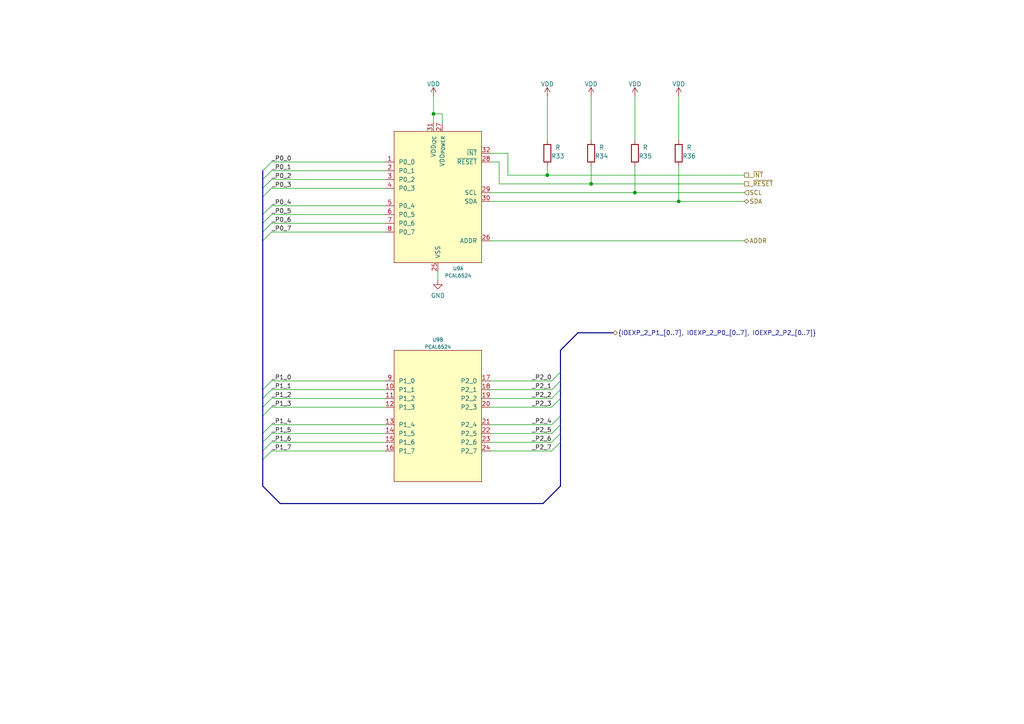
<source format=kicad_sch>
(kicad_sch (version 20230121) (generator eeschema)
  (paper "A4")
  (lib_symbols
    (symbol "0.Project:PCAL6524" (pin_names (offset 1.27))
      (property "Reference" "U" (at 0 0 0))
      (property "Value" "PCAL6524" (at 0 0 0))
      (symbol "PCAL6524_0_0"
        (pin bidirectional line (at 12.7 -40.64 90) (length 2.54) hide (name "VSS") (number "EPAD"))
      )
      (symbol "PCAL6524_0_1"
        (rectangle (start 0 0) (end 25.4 -38.1) (fill (type background)))
      )
      (symbol "PCAL6524_1_1"
        (pin bidirectional line (at -2.54 -8.89 0) (length 2.54) (name "P0_0") (number "1"))
        (pin bidirectional line (at -2.54 -11.43 0) (length 2.54) (name "P0_1") (number "2"))
        (pin power_in line (at 12.7 -40.64 90) (length 2.54) (name "VSS") (number "25"))
        (pin passive line (at 27.94 -31.75 180) (length 2.54) (name "ADDR") (number "26"))
        (pin power_in line (at 13.97 2.54 270) (length 2.54) (name "VDD_{POWER}") (number "27"))
        (pin input line (at 27.94 -8.89 180) (length 2.54) (name "~{RESET}") (number "28"))
        (pin input line (at 27.94 -17.78 180) (length 2.54) (name "SCL") (number "29"))
        (pin bidirectional line (at -2.54 -13.97 0) (length 2.54) (name "P0_2") (number "3"))
        (pin bidirectional line (at 27.94 -20.32 180) (length 2.54) (name "SDA") (number "30"))
        (pin input line (at 11.43 2.54 270) (length 2.54) (name "VDD_{I2C}") (number "31"))
        (pin output line (at 27.94 -6.35 180) (length 2.54) (name "~{INT}") (number "32"))
        (pin bidirectional line (at -2.54 -16.51 0) (length 2.54) (name "P0_3") (number "4"))
        (pin bidirectional line (at -2.54 -21.59 0) (length 2.54) (name "P0_4") (number "5"))
        (pin bidirectional line (at -2.54 -24.13 0) (length 2.54) (name "P0_5") (number "6"))
        (pin bidirectional line (at -2.54 -26.67 0) (length 2.54) (name "P0_6") (number "7"))
        (pin bidirectional line (at -2.54 -29.21 0) (length 2.54) (name "P0_7") (number "8"))
      )
      (symbol "PCAL6524_2_1"
        (pin bidirectional line (at -2.54 -11.43 0) (length 2.54) (name "P1_1") (number "10"))
        (pin bidirectional line (at -2.54 -13.97 0) (length 2.54) (name "P1_2") (number "11"))
        (pin bidirectional line (at -2.54 -16.51 0) (length 2.54) (name "P1_3") (number "12"))
        (pin bidirectional line (at -2.54 -21.59 0) (length 2.54) (name "P1_4") (number "13"))
        (pin bidirectional line (at -2.54 -24.13 0) (length 2.54) (name "P1_5") (number "14"))
        (pin bidirectional line (at -2.54 -26.67 0) (length 2.54) (name "P1_6") (number "15"))
        (pin bidirectional line (at -2.54 -29.21 0) (length 2.54) (name "P1_7") (number "16"))
        (pin bidirectional line (at 27.94 -8.89 180) (length 2.54) (name "P2_0") (number "17"))
        (pin bidirectional line (at 27.94 -11.43 180) (length 2.54) (name "P2_1") (number "18"))
        (pin bidirectional line (at 27.94 -13.97 180) (length 2.54) (name "P2_2") (number "19"))
        (pin bidirectional line (at 27.94 -16.51 180) (length 2.54) (name "P2_3") (number "20"))
        (pin bidirectional line (at 27.94 -21.59 180) (length 2.54) (name "P2_4") (number "21"))
        (pin bidirectional line (at 27.94 -24.13 180) (length 2.54) (name "P2_5") (number "22"))
        (pin bidirectional line (at 27.94 -26.67 180) (length 2.54) (name "P2_6") (number "23"))
        (pin bidirectional line (at 27.94 -29.21 180) (length 2.54) (name "P2_7") (number "24"))
        (pin bidirectional line (at -2.54 -8.89 0) (length 2.54) (name "P1_0") (number "9"))
      )
    )
    (symbol "4ms_Power-symbol:GND" (power) (pin_names (offset 0))
      (property "Value" "GND" (at 0 -3.81 0))
      (symbol "GND_0_1"
        (polyline (pts (xy 0 0) (xy 0 -1.27) (xy 1.27 -1.27) (xy 0 -2.54) (xy -1.27 -1.27) (xy 0 -1.27)))
      )
      (symbol "GND_1_1"
        (pin power_in line (at 0 0 270) (length 0) hide (name "GND") (number "1"))
      )
    )
    (symbol "Device:R" (pin_numbers hide) (pin_names (offset 0))
      (property "Reference" "R" (at 2.032 0 90))
      (property "Value" "R" (at 0 0 90))
      (symbol "R_0_1"
        (rectangle (start -1.016 -2.54) (end 1.016 2.54) (stroke (width 0.254)))
      )
      (symbol "R_1_1"
        (pin passive line (at 0 3.81 270) (length 1.27) (name "~") (number "1"))
        (pin passive line (at 0 -3.81 90) (length 1.27) (name "~") (number "2"))
      )
    )
    (symbol "PCAL6524_1" (pin_names (offset 1.27))
      (property "Reference" "U" (at 0 0 0))
      (property "Value" "PCAL6524_1" (at 0 0 0))
      (symbol "PCAL6524_1_0_0"
        (pin bidirectional line (at 12.7 -40.64 90) (length 2.54) hide (name "VSS") (number "EPAD"))
      )
      (symbol "PCAL6524_1_0_1"
        (rectangle (start 0 0) (end 25.4 -38.1) (fill (type background)))
      )
      (symbol "PCAL6524_1_1_1"
        (pin bidirectional line (at -2.54 -8.89 0) (length 2.54) (name "P0_0") (number "1"))
        (pin bidirectional line (at -2.54 -11.43 0) (length 2.54) (name "P0_1") (number "2"))
        (pin power_in line (at 12.7 -40.64 90) (length 2.54) (name "VSS") (number "25"))
        (pin passive line (at 27.94 -31.75 180) (length 2.54) (name "ADDR") (number "26"))
        (pin power_in line (at 13.97 2.54 270) (length 2.54) (name "VDD_{POWER}") (number "27"))
        (pin input line (at 27.94 -8.89 180) (length 2.54) (name "~{RESET}") (number "28"))
        (pin input line (at 27.94 -17.78 180) (length 2.54) (name "SCL") (number "29"))
        (pin bidirectional line (at -2.54 -13.97 0) (length 2.54) (name "P0_2") (number "3"))
        (pin bidirectional line (at 27.94 -20.32 180) (length 2.54) (name "SDA") (number "30"))
        (pin input line (at 11.43 2.54 270) (length 2.54) (name "VDD_{I2C}") (number "31"))
        (pin output line (at 27.94 -6.35 180) (length 2.54) (name "~{INT}") (number "32"))
        (pin bidirectional line (at -2.54 -16.51 0) (length 2.54) (name "P0_3") (number "4"))
        (pin bidirectional line (at -2.54 -21.59 0) (length 2.54) (name "P0_4") (number "5"))
        (pin bidirectional line (at -2.54 -24.13 0) (length 2.54) (name "P0_5") (number "6"))
        (pin bidirectional line (at -2.54 -26.67 0) (length 2.54) (name "P0_6") (number "7"))
        (pin bidirectional line (at -2.54 -29.21 0) (length 2.54) (name "P0_7") (number "8"))
      )
      (symbol "PCAL6524_1_2_1"
        (pin bidirectional line (at -2.54 -11.43 0) (length 2.54) (name "P1_1") (number "10"))
        (pin bidirectional line (at -2.54 -13.97 0) (length 2.54) (name "P1_2") (number "11"))
        (pin bidirectional line (at -2.54 -16.51 0) (length 2.54) (name "P1_3") (number "12"))
        (pin bidirectional line (at -2.54 -21.59 0) (length 2.54) (name "P1_4") (number "13"))
        (pin bidirectional line (at -2.54 -24.13 0) (length 2.54) (name "P1_5") (number "14"))
        (pin bidirectional line (at -2.54 -26.67 0) (length 2.54) (name "P1_6") (number "15"))
        (pin bidirectional line (at -2.54 -29.21 0) (length 2.54) (name "P1_7") (number "16"))
        (pin bidirectional line (at 27.94 -8.89 180) (length 2.54) (name "P2_0") (number "17"))
        (pin bidirectional line (at 27.94 -11.43 180) (length 2.54) (name "P2_1") (number "18"))
        (pin bidirectional line (at 27.94 -13.97 180) (length 2.54) (name "P2_2") (number "19"))
        (pin bidirectional line (at 27.94 -16.51 180) (length 2.54) (name "P2_3") (number "20"))
        (pin bidirectional line (at 27.94 -21.59 180) (length 2.54) (name "P2_4") (number "21"))
        (pin bidirectional line (at 27.94 -24.13 180) (length 2.54) (name "P2_5") (number "22"))
        (pin bidirectional line (at 27.94 -26.67 180) (length 2.54) (name "P2_6") (number "23"))
        (pin bidirectional line (at 27.94 -29.21 180) (length 2.54) (name "P2_7") (number "24"))
        (pin bidirectional line (at -2.54 -8.89 0) (length 2.54) (name "P1_0") (number "9"))
      )
    )
    (symbol "power:VDD" (power) (pin_names (offset 0))
      (property "Value" "VDD" (at 0 3.81 0))
      (symbol "VDD_0_1"
        (polyline (pts (xy -0.762 1.27) (xy 0 2.54)))
        (polyline (pts (xy 0 0) (xy 0 2.54)))
        (polyline (pts (xy 0 2.54) (xy 0.762 1.27)))
      )
      (symbol "VDD_1_1"
        (pin power_in line (at 0 0 90) (length 0) hide (name "VDD") (number "1"))
      )
    )
  )
  (junction (at 196.85 58.42))
  (junction (at 171.45 53.34))
  (junction (at 125.73 33.02))
  (junction (at 158.75 50.8))
  (junction (at 184.15 55.88))
  (bus_entry (at 160.02 110.49) (size 2.54 -2.54))
  (bus_entry (at 76.2 64.77) (size 2.54 -2.54))
  (bus_entry (at 160.02 113.03) (size 2.54 -2.54))
  (bus_entry (at 160.02 130.81) (size 2.54 -2.54))
  (bus_entry (at 76.2 130.81) (size 2.54 -2.54))
  (bus_entry (at 160.02 123.19) (size 2.54 -2.54))
  (bus_entry (at 76.2 54.61) (size 2.54 -2.54))
  (bus_entry (at 160.02 118.11) (size 2.54 -2.54))
  (bus_entry (at 76.2 115.57) (size 2.54 -2.54))
  (bus_entry (at 76.2 57.15) (size 2.54 -2.54))
  (bus_entry (at 76.2 113.03) (size 2.54 -2.54))
  (bus_entry (at 76.2 69.85) (size 2.54 -2.54))
  (bus_entry (at 76.2 120.65) (size 2.54 -2.54))
  (bus_entry (at 76.2 125.73) (size 2.54 -2.54))
  (bus_entry (at 76.2 52.07) (size 2.54 -2.54))
  (bus_entry (at 76.2 49.53) (size 2.54 -2.54))
  (bus_entry (at 76.2 128.27) (size 2.54 -2.54))
  (bus_entry (at 76.2 133.35) (size 2.54 -2.54))
  (bus_entry (at 160.02 128.27) (size 2.54 -2.54))
  (bus_entry (at 160.02 115.57) (size 2.54 -2.54))
  (bus_entry (at 76.2 118.11) (size 2.54 -2.54))
  (bus_entry (at 76.2 67.31) (size 2.54 -2.54))
  (bus_entry (at 76.2 62.23) (size 2.54 -2.54))
  (bus_entry (at 160.02 125.73) (size 2.54 -2.54))
  (wire (pts (xy 127 78.74) (xy 127 81.28)))
  (bus (pts (xy 76.2 54.61) (xy 76.2 57.15)))
  (bus (pts (xy 81.28 146.05) (xy 157.48 146.05)))
  (bus (pts (xy 162.56 115.57) (xy 162.56 113.03)))
  (wire (pts (xy 142.24 44.45) (xy 147.32 44.45)))
  (bus (pts (xy 81.28 146.05) (xy 76.2 140.97)))
  (wire (pts (xy 142.24 118.11) (xy 160.02 118.11)))
  (bus (pts (xy 76.2 128.27) (xy 76.2 130.81)))
  (wire (pts (xy 78.74 49.53) (xy 111.76 49.53)))
  (bus (pts (xy 76.2 57.15) (xy 76.2 62.23)))
  (bus (pts (xy 76.2 67.31) (xy 76.2 69.85)))
  (wire (pts (xy 184.15 27.94) (xy 184.15 40.64)))
  (bus (pts (xy 162.56 110.49) (xy 162.56 107.95)))
  (wire (pts (xy 171.45 27.94) (xy 171.45 40.64)))
  (bus (pts (xy 162.56 125.73) (xy 162.56 123.19)))
  (bus (pts (xy 76.2 62.23) (xy 76.2 64.77)))
  (wire (pts (xy 142.24 128.27) (xy 160.02 128.27)))
  (wire (pts (xy 128.27 33.02) (xy 128.27 35.56)))
  (bus (pts (xy 157.48 146.05) (xy 162.56 140.97)))
  (bus (pts (xy 76.2 113.03) (xy 76.2 115.57)))
  (wire (pts (xy 196.85 27.94) (xy 196.85 40.64)))
  (wire (pts (xy 78.74 130.81) (xy 111.76 130.81)))
  (wire (pts (xy 142.24 113.03) (xy 160.02 113.03)))
  (wire (pts (xy 196.85 48.26) (xy 196.85 58.42)))
  (bus (pts (xy 162.56 101.6) (xy 167.64 96.52)))
  (wire (pts (xy 78.74 110.49) (xy 111.76 110.49)))
  (wire (pts (xy 184.15 48.26) (xy 184.15 55.88)))
  (wire (pts (xy 78.74 123.19) (xy 111.76 123.19)))
  (bus (pts (xy 76.2 64.77) (xy 76.2 67.31)))
  (bus (pts (xy 162.56 140.97) (xy 162.56 128.27)))
  (wire (pts (xy 78.74 52.07) (xy 111.76 52.07)))
  (wire (pts (xy 78.74 54.61) (xy 111.76 54.61)))
  (wire (pts (xy 158.75 27.94) (xy 158.75 40.64)))
  (wire (pts (xy 147.32 50.8) (xy 158.75 50.8)))
  (bus (pts (xy 76.2 69.85) (xy 76.2 113.03)))
  (bus (pts (xy 76.2 118.11) (xy 76.2 120.65)))
  (bus (pts (xy 162.56 123.19) (xy 162.56 120.65)))
  (bus (pts (xy 76.2 133.35) (xy 76.2 140.97)))
  (bus (pts (xy 76.2 125.73) (xy 76.2 128.27)))
  (wire (pts (xy 78.74 128.27) (xy 111.76 128.27)))
  (bus (pts (xy 167.64 96.52) (xy 177.8 96.52)))
  (wire (pts (xy 78.74 59.69) (xy 111.76 59.69)))
  (wire (pts (xy 142.24 69.85) (xy 215.9 69.85)))
  (bus (pts (xy 162.56 128.27) (xy 162.56 125.73)))
  (wire (pts (xy 142.24 55.88) (xy 184.15 55.88)))
  (bus (pts (xy 162.56 120.65) (xy 162.56 115.57)))
  (wire (pts (xy 144.78 46.99) (xy 144.78 53.34)))
  (wire (pts (xy 158.75 50.8) (xy 215.9 50.8)))
  (wire (pts (xy 142.24 58.42) (xy 196.85 58.42)))
  (wire (pts (xy 78.74 113.03) (xy 111.76 113.03)))
  (wire (pts (xy 158.75 50.8) (xy 158.75 48.26)))
  (wire (pts (xy 142.24 123.19) (xy 160.02 123.19)))
  (wire (pts (xy 78.74 46.99) (xy 111.76 46.99)))
  (wire (pts (xy 160.02 110.49) (xy 142.24 110.49)))
  (bus (pts (xy 76.2 118.11) (xy 76.2 115.57)))
  (wire (pts (xy 147.32 44.45) (xy 147.32 50.8)))
  (wire (pts (xy 142.24 125.73) (xy 160.02 125.73)))
  (wire (pts (xy 144.78 53.34) (xy 171.45 53.34)))
  (wire (pts (xy 184.15 55.88) (xy 215.9 55.88)))
  (wire (pts (xy 78.74 118.11) (xy 111.76 118.11)))
  (bus (pts (xy 162.56 113.03) (xy 162.56 110.49)))
  (wire (pts (xy 78.74 62.23) (xy 111.76 62.23)))
  (wire (pts (xy 171.45 53.34) (xy 215.9 53.34)))
  (wire (pts (xy 142.24 46.99) (xy 144.78 46.99)))
  (wire (pts (xy 125.73 33.02) (xy 128.27 33.02)))
  (wire (pts (xy 78.74 64.77) (xy 111.76 64.77)))
  (wire (pts (xy 78.74 115.57) (xy 111.76 115.57)))
  (wire (pts (xy 78.74 125.73) (xy 111.76 125.73)))
  (wire (pts (xy 78.74 67.31) (xy 111.76 67.31)))
  (bus (pts (xy 76.2 120.65) (xy 76.2 125.73)))
  (bus (pts (xy 76.2 130.81) (xy 76.2 133.35)))
  (wire (pts (xy 196.85 58.42) (xy 215.9 58.42)))
  (bus (pts (xy 76.2 49.53) (xy 76.2 52.07)))
  (bus (pts (xy 76.2 52.07) (xy 76.2 54.61)))
  (wire (pts (xy 142.24 115.57) (xy 160.02 115.57)))
  (wire (pts (xy 171.45 48.26) (xy 171.45 53.34)))
  (bus (pts (xy 162.56 107.95) (xy 162.56 101.6)))
  (wire (pts (xy 142.24 130.81) (xy 160.02 130.81)))
  (wire (pts (xy 125.73 33.02) (xy 125.73 35.56)))
  (wire (pts (xy 125.73 27.94) (xy 125.73 33.02)))
  (label "${SHEETNAME}_P2_3" (at 160.02 118.11 180))
  (label "${SHEETNAME}_P1_5" (at 78.74 125.73 0))
  (label "${SHEETNAME}_P0_2" (at 78.74 52.07 0))
  (label "${SHEETNAME}_P1_2" (at 78.74 115.57 0))
  (label "${SHEETNAME}_P1_6" (at 78.74 128.27 0))
  (label "${SHEETNAME}_P2_5" (at 160.02 125.73 180))
  (label "${SHEETNAME}_P0_5" (at 78.74 62.23 0))
  (label "${SHEETNAME}_P2_4" (at 160.02 123.19 180))
  (label "${SHEETNAME}_P0_0" (at 78.74 46.99 0))
  (label "${SHEETNAME}_P0_6" (at 78.74 64.77 0))
  (label "${SHEETNAME}_P2_0" (at 160.02 110.49 180))
  (label "${SHEETNAME}_P1_1" (at 78.74 113.03 0))
  (label "${SHEETNAME}_P1_7" (at 78.74 130.81 0))
  (label "${SHEETNAME}_P0_4" (at 78.74 59.69 0))
  (label "${SHEETNAME}_P2_6" (at 160.02 128.27 180))
  (label "${SHEETNAME}_P0_1" (at 78.74 49.53 0))
  (label "${SHEETNAME}_P0_7" (at 78.74 67.31 0))
  (label "${SHEETNAME}_P2_1" (at 160.02 113.03 180))
  (label "${SHEETNAME}_P2_2" (at 160.02 115.57 180))
  (label "${SHEETNAME}_P1_3" (at 78.74 118.11 0))
  (label "${SHEETNAME}_P2_7" (at 160.02 130.81 180))
  (label "${SHEETNAME}_P0_3" (at 78.74 54.61 0))
  (label "${SHEETNAME}_P1_4" (at 78.74 123.19 0))
  (label "${SHEETNAME}_P1_0" (at 78.74 110.49 0))
  (hierarchical_label "SCL" (shape input) (at 215.9 55.88 0))
  (hierarchical_label "{IOEXP_2_P1_[0..7], IOEXP_2_P0_[0..7], IOEXP_2_P2_[0..7]}" (shape bidirectional) (at 177.8 96.52 0))
  (hierarchical_label "ADDR" (shape bidirectional) (at 215.9 69.85 0))
  (hierarchical_label "${SHEETNAME}_~{RESET}" (shape passive) (at 215.9 53.34 0))
  (hierarchical_label "SDA" (shape bidirectional) (at 215.9 58.42 0))
  (hierarchical_label "${SHEETNAME}_~{INT}" (shape passive) (at 215.9 50.8 0))
  (symbol (lib_id "power:VDD") (at 125.73 27.94 0) (unit 1)
    (property "Reference" "#PWR0191" (effects hide))
    (property "Value" "VDD" (at 125.73 24.3642 0))
  )
  (symbol (lib_name "PCAL6524_1") (lib_id "0.Project:PCAL6524") (at 114.3 38.1 0) (unit 1)
    (property "Reference" "U9" (at 132.8808 77.8752 0) (effects (font (size 1.016 1.016))))
    (property "Value" "PCAL6524" (at 132.8808 79.9556 0) (effects (font (size 1.016 1.016))))
    (property "Footprint" "0:PCAL6524HEHP" (effects hide))
    (property "Datasheet" "https://www.nxp.com/docs/en/data-sheet/PCAL6524.pdf" (effects hide))
  )
  (symbol (lib_id "Device:R") (at 158.75 44.45 0) (mirror x) (unit 1)
    (property "Reference" "R33" (at 161.7867 45.2847 0))
    (property "Value" "R" (at 161.7867 42.7478 0))
  )
  (symbol (lib_id "0.Project:PCAL6524") (at 114.3 101.6 0) (unit 2)
    (property "Reference" "U9" (at 127 98.5386 0) (effects (font (size 1.016 1.016))))
    (property "Value" "PCAL6524" (at 127 100.619 0) (effects (font (size 1.016 1.016))))
    (property "Footprint" "0:PCAL6524HEHP" (effects hide))
    (property "Datasheet" "https://www.nxp.com/docs/en/data-sheet/PCAL6524.pdf" (effects hide))
  )
  (symbol (lib_id "4ms_Power-symbol:GND") (at 127 81.28 0) (unit 1)
    (property "Reference" "#PWR0192" (effects hide))
    (property "Value" "GND" (at 127 85.7234 0))
  )
  (symbol (lib_id "power:VDD") (at 171.45 27.94 0) (unit 1)
    (property "Reference" "#PWR0190" (effects hide))
    (property "Value" "VDD" (at 171.45 24.3642 0))
  )
  (symbol (lib_id "power:VDD") (at 184.15 27.94 0) (unit 1)
    (property "Reference" "#PWR0188" (effects hide))
    (property "Value" "VDD" (at 184.15 24.3642 0))
  )
  (symbol (lib_id "power:VDD") (at 158.75 27.94 0) (unit 1)
    (property "Reference" "#PWR0189" (effects hide))
    (property "Value" "VDD" (at 158.75 24.3642 0))
  )
  (symbol (lib_id "Device:R") (at 171.45 44.45 0) (mirror x) (unit 1)
    (property "Reference" "R34" (at 174.4867 45.2847 0))
    (property "Value" "R" (at 174.4867 42.7478 0))
  )
  (symbol (lib_id "Device:R") (at 196.85 44.45 0) (mirror x) (unit 1)
    (property "Reference" "R36" (at 199.8867 45.2847 0))
    (property "Value" "R" (at 199.8867 42.7478 0))
  )
  (symbol (lib_id "Device:R") (at 184.15 44.45 0) (mirror x) (unit 1)
    (property "Reference" "R35" (at 187.1867 45.2847 0))
    (property "Value" "R" (at 187.1867 42.7478 0))
  )
  (symbol (lib_id "power:VDD") (at 196.85 27.94 0) (unit 1)
    (property "Reference" "#PWR0187" (effects hide))
    (property "Value" "VDD" (at 196.85 24.3642 0))
  )
)
</source>
